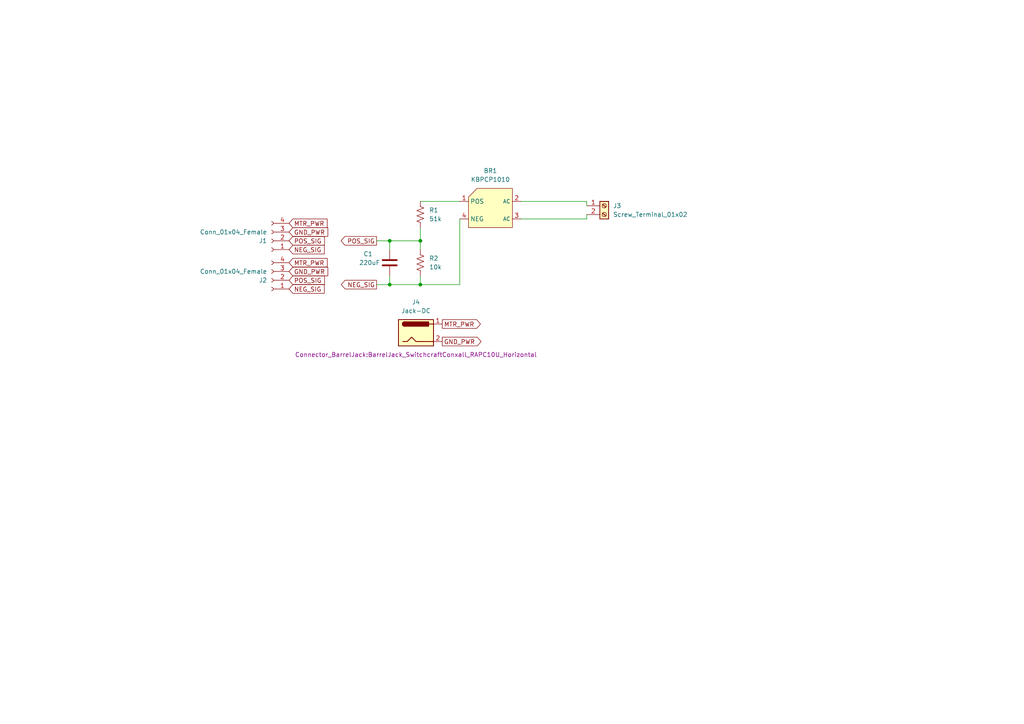
<source format=kicad_sch>
(kicad_sch (version 20211123) (generator eeschema)
  (paper "A4")
  (lib_symbols
    (symbol "Connector:Conn_01x04_Female" (pin_names (offset 1.016) hide)
      (property "Reference" "J" (at 0 5.08 0))
      (property "Value" "Conn_01x04_Female" (at 0 -7.62 0))
      (symbol "Conn_01x04_Female_1_1"
        (arc (start 0 -4.572) (mid -0.508 -5.08) (end 0 -5.588) (stroke (width 0.1524)))
        (arc (start 0 -2.032) (mid -0.508 -2.54) (end 0 -3.048) (stroke (width 0.1524)))
        (polyline (pts (xy -1.27 -5.08) (xy -0.508 -5.08)) (stroke (width 0.1524)))
        (polyline (pts (xy -1.27 -2.54) (xy -0.508 -2.54)) (stroke (width 0.1524)))
        (polyline (pts (xy -1.27 0) (xy -0.508 0)) (stroke (width 0.1524)))
        (polyline (pts (xy -1.27 2.54) (xy -0.508 2.54)) (stroke (width 0.1524)))
        (arc (start 0 0.508) (mid -0.508 0) (end 0 -0.508) (stroke (width 0.1524)))
        (arc (start 0 3.048) (mid -0.508 2.54) (end 0 2.032) (stroke (width 0.1524)))
        (pin passive line (at -5.08 2.54 0) (length 3.81) (name "Pin_1") (number "1"))
        (pin passive line (at -5.08 0 0) (length 3.81) (name "Pin_2") (number "2"))
        (pin passive line (at -5.08 -2.54 0) (length 3.81) (name "Pin_3") (number "3"))
        (pin passive line (at -5.08 -5.08 0) (length 3.81) (name "Pin_4") (number "4"))
      )
    )
    (symbol "Connector:Jack-DC" (pin_names (offset 1.016))
      (property "Reference" "J" (at 0 5.334 0))
      (property "Value" "Jack-DC" (at 0 -5.08 0))
      (symbol "Jack-DC_0_1"
        (rectangle (start -5.08 3.81) (end 5.08 -3.81) (stroke (width 0.254)) (fill (type background)))
        (arc (start -3.302 3.175) (mid -3.937 2.54) (end -3.302 1.905) (stroke (width 0.254)))
        (arc (start -3.302 3.175) (mid -3.937 2.54) (end -3.302 1.905) (stroke (width 0.254)) (fill (type outline)))
        (polyline (pts (xy 5.08 2.54) (xy 3.81 2.54)) (stroke (width 0.254)))
        (polyline (pts (xy -3.81 -2.54) (xy -2.54 -2.54) (xy -1.27 -1.27) (xy 0 -2.54) (xy 2.54 -2.54) (xy 5.08 -2.54)) (stroke (width 0.254)))
        (rectangle (start 3.683 3.175) (end -3.302 1.905) (stroke (width 0.254)) (fill (type outline)))
      )
      (symbol "Jack-DC_1_1"
        (pin passive line (at 7.62 2.54 180) (length 2.54) (name "~") (number "1"))
        (pin passive line (at 7.62 -2.54 180) (length 2.54) (name "~") (number "2"))
      )
    )
    (symbol "Connector:Screw_Terminal_01x02" (pin_names (offset 1.016) hide)
      (property "Reference" "J" (at 0 2.54 0))
      (property "Value" "Screw_Terminal_01x02" (at 0 -5.08 0))
      (symbol "Screw_Terminal_01x02_1_1"
        (rectangle (start -1.27 1.27) (end 1.27 -3.81) (stroke (width 0.254)) (fill (type background)))
        (circle (center 0 -2.54) (radius 0.635) (stroke (width 0.1524)))
        (polyline (pts (xy -0.5334 -2.2098) (xy 0.3302 -3.048)) (stroke (width 0.1524)))
        (polyline (pts (xy -0.5334 0.3302) (xy 0.3302 -0.508)) (stroke (width 0.1524)))
        (polyline (pts (xy -0.3556 -2.032) (xy 0.508 -2.8702)) (stroke (width 0.1524)))
        (polyline (pts (xy -0.3556 0.508) (xy 0.508 -0.3302)) (stroke (width 0.1524)))
        (circle (center 0 0) (radius 0.635) (stroke (width 0.1524)))
        (pin passive line (at -5.08 0 0) (length 3.81) (name "Pin_1") (number "1"))
        (pin passive line (at -5.08 -2.54 0) (length 3.81) (name "Pin_2") (number "2"))
      )
    )
    (symbol "Device:C" (pin_numbers hide) (pin_names (offset 0.254))
      (property "Reference" "C" (at 0.635 2.54 0))
      (property "Value" "C" (at 0.635 -2.54 0))
      (symbol "C_0_1"
        (polyline (pts (xy -2.032 -0.762) (xy 2.032 -0.762)) (stroke (width 0.508)))
        (polyline (pts (xy -2.032 0.762) (xy 2.032 0.762)) (stroke (width 0.508)))
      )
      (symbol "C_1_1"
        (pin passive line (at 0 3.81 270) (length 2.794) (name "~") (number "1"))
        (pin passive line (at 0 -3.81 90) (length 2.794) (name "~") (number "2"))
      )
    )
    (symbol "Device:R_US" (pin_numbers hide) (pin_names (offset 0))
      (property "Reference" "R" (at 2.54 0 90))
      (property "Value" "R_US" (at -2.54 0 90))
      (symbol "R_US_0_1"
        (polyline (pts (xy 0 -2.286) (xy 0 -2.54)))
        (polyline (pts (xy 0 2.286) (xy 0 2.54)))
        (polyline (pts (xy 0 -0.762) (xy 1.016 -1.143) (xy 0 -1.524) (xy -1.016 -1.905) (xy 0 -2.286)))
        (polyline (pts (xy 0 0.762) (xy 1.016 0.381) (xy 0 0) (xy -1.016 -0.381) (xy 0 -0.762)))
        (polyline (pts (xy 0 2.286) (xy 1.016 1.905) (xy 0 1.524) (xy -1.016 1.143) (xy 0 0.762)))
      )
      (symbol "R_US_1_1"
        (pin passive line (at 0 3.81 270) (length 1.27) (name "~") (number "1"))
        (pin passive line (at 0 -3.81 90) (length 1.27) (name "~") (number "2"))
      )
    )
    (symbol "clime_symbols:KBPCP1010"
      (property "Reference" "BR?" (at 0.508 7.874 0))
      (property "Value" "KBPCP1010" (at 0.635 10.033 0))
      (symbol "KBPCP1010_0_1"
        (polyline (pts (xy -3.81 6.35) (xy 6.35 6.35) (xy 6.35 -5.08) (xy -6.35 -5.08) (xy -6.35 3.81) (xy -3.81 6.35)) (fill (type background)))
      )
      (symbol "KBPCP1010_1_1"
        (pin output line (at -8.89 2.54 0) (length 2.54) (name "POS") (number "1"))
        (pin input line (at 8.89 2.54 180) (length 2.54) (name "AC") (number "2"))
        (pin input line (at 8.89 -2.54 180) (length 2.54) (name "AC") (number "3"))
        (pin output line (at -8.89 -2.54 0) (length 2.54) (name "NEG") (number "4"))
      )
    )
  )
  (junction (at 113.03 69.85))
  (junction (at 113.03 82.55))
  (junction (at 121.92 69.85))
  (junction (at 121.92 82.55))
  (wire (pts (xy 133.35 63.5) (xy 133.35 82.55)))
  (wire (pts (xy 113.03 82.55) (xy 121.92 82.55)))
  (wire (pts (xy 113.03 69.85) (xy 113.03 72.39)))
  (wire (pts (xy 109.22 69.85) (xy 113.03 69.85)))
  (wire (pts (xy 113.03 82.55) (xy 113.03 80.01)))
  (wire (pts (xy 133.35 82.55) (xy 121.92 82.55)))
  (wire (pts (xy 113.03 69.85) (xy 121.92 69.85)))
  (wire (pts (xy 121.92 66.04) (xy 121.92 69.85)))
  (wire (pts (xy 121.92 58.42) (xy 133.35 58.42)))
  (wire (pts (xy 121.92 69.85) (xy 121.92 72.39)))
  (wire (pts (xy 151.13 63.5) (xy 170.18 63.5)))
  (wire (pts (xy 170.18 62.23) (xy 170.18 63.5)))
  (wire (pts (xy 170.18 59.69) (xy 170.18 58.42)))
  (wire (pts (xy 121.92 82.55) (xy 121.92 80.01)))
  (wire (pts (xy 109.22 82.55) (xy 113.03 82.55)))
  (wire (pts (xy 151.13 58.42) (xy 170.18 58.42)))
  (global_label "MTR_PWR" (shape output) (at 128.27 93.98 0) (property "Intersheet References" "${INTERSHEET_REFS}" (effects hide)))
  (global_label "GND_PWR" (shape input) (at 83.82 67.31 0) (property "Intersheet References" "${INTERSHEET_REFS}" (effects hide)))
  (global_label "NEG_SIG" (shape input) (at 83.82 72.39 0) (property "Intersheet References" "${INTERSHEET_REFS}" (effects hide)))
  (global_label "MTR_PWR" (shape input) (at 83.82 64.77 0) (property "Intersheet References" "${INTERSHEET_REFS}" (effects hide)))
  (global_label "POS_SIG" (shape input) (at 83.82 69.85 0) (property "Intersheet References" "${INTERSHEET_REFS}" (effects hide)))
  (global_label "GND_PWR" (shape output) (at 128.27 99.06 0) (property "Intersheet References" "${INTERSHEET_REFS}" (effects hide)))
  (global_label "NEG_SIG" (shape output) (at 109.22 82.55 180) (property "Intersheet References" "${INTERSHEET_REFS}" (effects hide)))
  (global_label "GND_PWR" (shape input) (at 83.82 78.74 0) (property "Intersheet References" "${INTERSHEET_REFS}" (effects hide)))
  (global_label "MTR_PWR" (shape input) (at 83.82 76.2 0) (property "Intersheet References" "${INTERSHEET_REFS}" (effects hide)))
  (global_label "POS_SIG" (shape input) (at 83.82 81.28 0) (property "Intersheet References" "${INTERSHEET_REFS}" (effects hide)))
  (global_label "POS_SIG" (shape output) (at 109.22 69.85 180) (property "Intersheet References" "${INTERSHEET_REFS}" (effects hide)))
  (global_label "NEG_SIG" (shape input) (at 83.82 83.82 0) (property "Intersheet References" "${INTERSHEET_REFS}" (effects hide)))
  (symbol (lib_id "Connector:Screw_Terminal_01x02") (at 175.26 59.69 0) (unit 1)
    (property "Reference" "J3" (at 177.8 59.6899 0) (effects (justify left)))
    (property "Value" "Screw_Terminal_01x02" (at 177.8 62.2299 0) (effects (justify left)))
    (property "Footprint" "TerminalBlock:TerminalBlock_Altech_AK300-2_P5.00mm" (effects hide))
  )
  (symbol (lib_id "Connector:Conn_01x04_Female") (at 78.74 81.28 180) (unit 1)
    (property "Reference" "J2" (at 77.47 81.2801 0) (effects (justify left)))
    (property "Value" "Conn_01x04_Female" (at 77.47 78.7401 0) (effects (justify left)))
    (property "Footprint" "Connector_PinSocket_2.54mm:PinSocket_1x04_P2.54mm_Vertical" (effects hide))
  )
  (symbol (lib_id "Connector:Conn_01x04_Female") (at 78.74 69.85 180) (unit 1)
    (property "Reference" "J1" (at 77.47 69.8501 0) (effects (justify left)))
    (property "Value" "Conn_01x04_Female" (at 77.47 67.3101 0) (effects (justify left)))
    (property "Footprint" "Connector_PinSocket_2.54mm:PinSocket_1x04_P2.54mm_Vertical" (effects hide))
  )
  (symbol (lib_id "Device:R_US") (at 121.92 62.23 0) (unit 1)
    (property "Reference" "R1" (at 124.46 60.9599 0) (effects (justify left)))
    (property "Value" "51k" (at 124.46 63.4999 0) (effects (justify left)))
    (property "Footprint" "Resistor_THT:R_Box_L8.4mm_W2.5mm_P5.08mm" (effects hide))
  )
  (symbol (lib_id "Device:C") (at 113.03 76.2 0) (unit 1)
    (property "Reference" "C1" (at 105.41 73.66 0) (effects (justify left)))
    (property "Value" "220uF" (at 104.14 76.2 0) (effects (justify left)))
    (property "Footprint" "Capacitor_THT:CP_Radial_D6.3mm_P2.50mm" (effects hide))
  )
  (symbol (lib_id "Device:R_US") (at 121.92 76.2 0) (unit 1)
    (property "Reference" "R2" (at 124.46 74.9299 0) (effects (justify left)))
    (property "Value" "10k" (at 124.46 77.4699 0) (effects (justify left)))
    (property "Footprint" "Resistor_THT:R_Box_L8.4mm_W2.5mm_P5.08mm" (effects hide))
  )
  (symbol (lib_id "Connector:Jack-DC") (at 120.65 96.52 0) (unit 1)
    (property "Reference" "J4" (at 120.65 87.63 0))
    (property "Value" "Jack-DC" (at 120.65 90.17 0))
    (property "Footprint" "Connector_BarrelJack:BarrelJack_SwitchcraftConxall_RAPC10U_Horizontal" (at 120.65 102.87 0))
  )
  (symbol (lib_id "clime_symbols:KBPCP1010") (at 142.24 60.96 0) (unit 1)
    (property "Reference" "BR1" (at 142.24 49.53 0))
    (property "Value" "KBPCP1010" (at 142.24 52.07 0))
    (property "Footprint" "clime_components:Rectifier KBPC1010" (effects hide))
    (property "Datasheet" "https://www.alliedelec.com/m/d/221073190a39955d9dfae9088b7a7762.pdf" (effects hide))
  )
)
</source>
